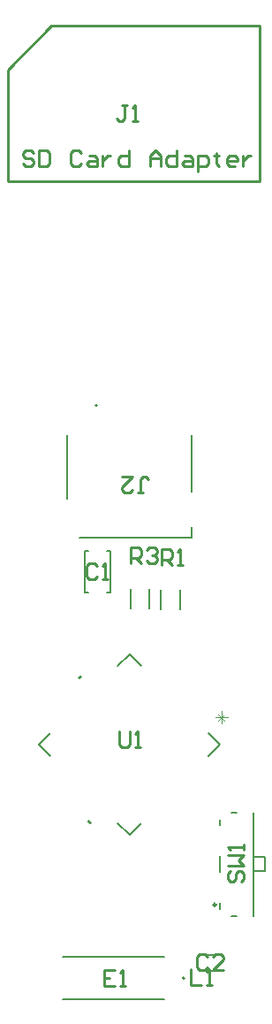
<source format=gto>
G04*
G04 #@! TF.GenerationSoftware,Altium Limited,Altium Designer,25.2.1 (25)*
G04*
G04 Layer_Color=65535*
%FSLAX24Y24*%
%MOIN*%
G70*
G04*
G04 #@! TF.SameCoordinates,7B2066EB-CBC2-4D7E-9A59-9876444C2551*
G04*
G04*
G04 #@! TF.FilePolarity,Positive*
G04*
G01*
G75*
%ADD10C,0.0098*%
%ADD11C,0.0079*%
%ADD12C,0.0060*%
%ADD13C,0.0050*%
%ADD14C,0.0100*%
%ADD15C,0.0030*%
G36*
X2575Y7427D02*
X2504Y7356D01*
X2398Y7462D01*
X2469Y7533D01*
X2575Y7427D01*
D02*
G37*
G36*
X2121Y12819D02*
X2227Y12925D01*
X2156Y12996D01*
X2050Y12890D01*
X2121Y12819D01*
D02*
G37*
D10*
X7266Y4315D02*
G03*
X7266Y4315I-49J0D01*
G01*
D11*
X2789Y23140D02*
G03*
X2789Y23140I-39J0D01*
G01*
X6085Y1550D02*
G03*
X6085Y1550I-39J0D01*
G01*
X7404Y4167D02*
Y4383D01*
Y5545D02*
Y6155D01*
Y7317D02*
Y7533D01*
X7846Y7799D02*
X8063D01*
X7846Y3901D02*
X8063D01*
X8673Y5574D02*
Y6126D01*
X9106D01*
Y5574D02*
Y6126D01*
X8673Y5574D02*
X9106D01*
X8673Y3901D02*
Y7799D01*
X6719Y1823D02*
X7378D01*
X6719Y2403D02*
X7378D01*
D12*
X4045Y15485D02*
Y16215D01*
X4755Y15485D02*
Y16215D01*
X3563Y7378D02*
X4000Y6942D01*
X592Y10350D02*
X1028Y10787D01*
X4000Y13758D02*
X4437Y13322D01*
X6972Y10787D02*
X7408Y10350D01*
X4000Y6942D02*
X4437Y7378D01*
X592Y10350D02*
X1028Y9913D01*
X3563Y13322D02*
X4000Y13758D01*
X6972Y9913D02*
X7408Y10350D01*
X5905Y15445D02*
Y16175D01*
X5195Y15445D02*
Y16175D01*
D13*
X6362Y18140D02*
Y18545D01*
X1657Y19604D02*
Y22030D01*
X2128Y18140D02*
X6362D01*
Y19880D02*
Y22030D01*
X3152Y16070D02*
X3292D01*
X3152Y17645D02*
X3292D01*
X2308Y16070D02*
X2448D01*
X2308Y17645D02*
X2448D01*
X3292Y16070D02*
Y17645D01*
X2308Y16070D02*
Y17645D01*
X1492Y763D02*
X5300D01*
X1492Y2337D02*
X5300D01*
D14*
X-589Y31590D02*
X8911Y31590D01*
X-589Y31590D02*
Y35790D01*
X1061Y37440D01*
X8911D01*
Y31590D02*
Y37440D01*
X387Y32639D02*
X287Y32739D01*
X87D01*
X-13Y32639D01*
Y32539D01*
X87Y32439D01*
X287D01*
X387Y32339D01*
Y32239D01*
X287Y32139D01*
X87D01*
X-13Y32239D01*
X587Y32739D02*
Y32139D01*
X887D01*
X987Y32239D01*
Y32639D01*
X887Y32739D01*
X587D01*
X2187Y32639D02*
X2087Y32739D01*
X1887D01*
X1787Y32639D01*
Y32239D01*
X1887Y32139D01*
X2087D01*
X2187Y32239D01*
X2487Y32539D02*
X2687D01*
X2787Y32439D01*
Y32139D01*
X2487D01*
X2387Y32239D01*
X2487Y32339D01*
X2787D01*
X2986Y32539D02*
Y32139D01*
Y32339D01*
X3086Y32439D01*
X3186Y32539D01*
X3286D01*
X3986Y32739D02*
Y32139D01*
X3686D01*
X3586Y32239D01*
Y32439D01*
X3686Y32539D01*
X3986D01*
X4786Y32139D02*
Y32539D01*
X4986Y32739D01*
X5186Y32539D01*
Y32139D01*
Y32439D01*
X4786D01*
X5786Y32739D02*
Y32139D01*
X5486D01*
X5386Y32239D01*
Y32439D01*
X5486Y32539D01*
X5786D01*
X6086D02*
X6285D01*
X6385Y32439D01*
Y32139D01*
X6086D01*
X5986Y32239D01*
X6086Y32339D01*
X6385D01*
X6585Y31939D02*
Y32539D01*
X6885D01*
X6985Y32439D01*
Y32239D01*
X6885Y32139D01*
X6585D01*
X7285Y32639D02*
Y32539D01*
X7185D01*
X7385D01*
X7285D01*
Y32239D01*
X7385Y32139D01*
X7985D02*
X7785D01*
X7685Y32239D01*
Y32439D01*
X7785Y32539D01*
X7985D01*
X8085Y32439D01*
Y32339D01*
X7685D01*
X8285Y32539D02*
Y32139D01*
Y32339D01*
X8385Y32439D01*
X8485Y32539D01*
X8585D01*
X6300Y1900D02*
Y1300D01*
X6700D01*
X6900D02*
X7100D01*
X7000D01*
Y1900D01*
X6900Y1800D01*
X6950Y2350D02*
X6850Y2450D01*
X6650D01*
X6550Y2350D01*
Y1950D01*
X6650Y1850D01*
X6850D01*
X6950Y1950D01*
X7550Y1850D02*
X7150D01*
X7550Y2250D01*
Y2350D01*
X7450Y2450D01*
X7250D01*
X7150Y2350D01*
X7800Y5600D02*
X7700Y5500D01*
Y5300D01*
X7800Y5200D01*
X7900D01*
X8000Y5300D01*
Y5500D01*
X8100Y5600D01*
X8200D01*
X8300Y5500D01*
Y5300D01*
X8200Y5200D01*
X7700Y5800D02*
X8300D01*
X8100Y6000D01*
X8300Y6200D01*
X7700D01*
X8300Y6400D02*
Y6600D01*
Y6500D01*
X7700D01*
X7800Y6400D01*
X3900Y34450D02*
X3700D01*
X3800D01*
Y33950D01*
X3700Y33850D01*
X3600D01*
X3500Y33950D01*
X4100Y33850D02*
X4300D01*
X4200D01*
Y34450D01*
X4100Y34350D01*
X3600Y10850D02*
Y10350D01*
X3700Y10250D01*
X3900D01*
X4000Y10350D01*
Y10850D01*
X4200Y10250D02*
X4400D01*
X4300D01*
Y10850D01*
X4200Y10750D01*
X4050Y17170D02*
Y17770D01*
X4350D01*
X4450Y17670D01*
Y17470D01*
X4350Y17370D01*
X4050D01*
X4250D02*
X4450Y17170D01*
X4650Y17670D02*
X4750Y17770D01*
X4950D01*
X5050Y17670D01*
Y17570D01*
X4950Y17470D01*
X4850D01*
X4950D01*
X5050Y17370D01*
Y17270D01*
X4950Y17170D01*
X4750D01*
X4650Y17270D01*
X5210Y17130D02*
Y17730D01*
X5510D01*
X5610Y17630D01*
Y17430D01*
X5510Y17330D01*
X5210D01*
X5410D02*
X5610Y17130D01*
X5810D02*
X6010D01*
X5910D01*
Y17730D01*
X5810Y17630D01*
X4300Y19844D02*
X4500D01*
X4400D01*
Y20344D01*
X4500Y20444D01*
X4600D01*
X4700Y20344D01*
X3700Y20444D02*
X4100D01*
X3700Y20044D01*
Y19944D01*
X3800Y19844D01*
X4000D01*
X4100Y19944D01*
X3450Y1850D02*
X3050D01*
Y1250D01*
X3450D01*
X3050Y1550D02*
X3250D01*
X3650Y1250D02*
X3850D01*
X3750D01*
Y1850D01*
X3650Y1750D01*
X2767Y17100D02*
X2667Y17200D01*
X2467D01*
X2367Y17100D01*
Y16700D01*
X2467Y16600D01*
X2667D01*
X2767Y16700D01*
X2967Y16600D02*
X3167D01*
X3067D01*
Y17200D01*
X2967Y17100D01*
D15*
X7705Y11383D02*
X7233D01*
X7469Y11619D02*
Y11147D01*
X7587Y11501D02*
X7351Y11265D01*
Y11501D02*
X7587Y11265D01*
M02*

</source>
